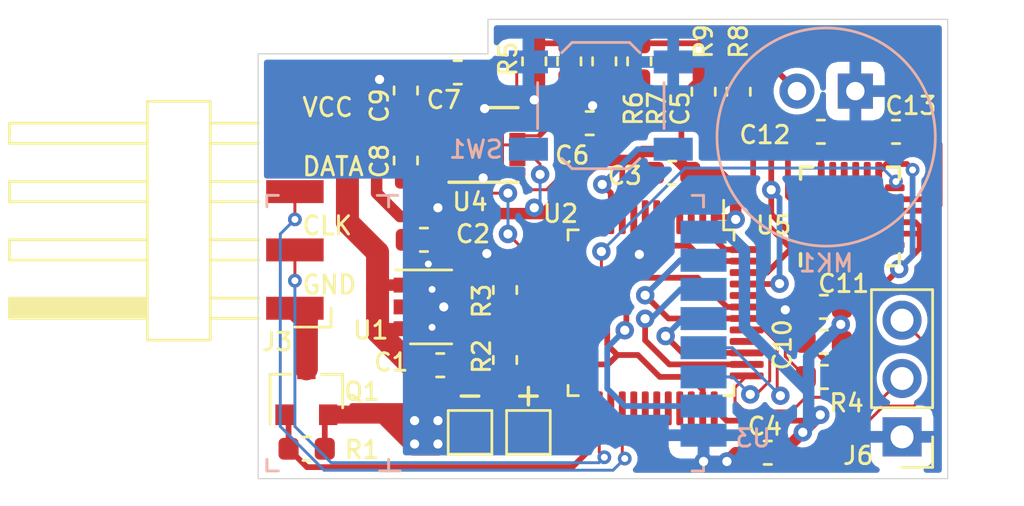
<source format=kicad_pcb>
(kicad_pcb (version 20200628) (host pcbnew "(5.99.0-2238-g55daf645b)")
  (layers (0 "F.Cu" signal) (31 "B.Cu" signal) (34 "B.Paste" user) (35 "F.Paste" user) (36 "B.SilkS" user) (37 "F.SilkS" user) (38 "B.Mask" user) (39 "F.Mask" user) (44 "Edge.Cuts" user))
  (net 0 "")
  (net 1 "GND")
  (net 2 "VCC")
  (net 3 "+3V3")
  (net 4 "Net-(C5-Pad1)")
  (net 5 "Net-(C6-Pad1)")
  (net 6 "Net-(C7-Pad1)")
  (net 7 "Net-(C8-Pad1)")
  (net 8 "SWDIO")
  (net 9 "SWCLK")
  (net 10 "SPI2_COPI")
  (net 11 "SPI2_SCK")
  (net 12 "LED_ENABLE")
  (net 13 "V_SENSE")
  (net 14 "Net-(R4-Pad1)")
  (net 15 "Net-(R5-Pad2)")
  (net 16 "BTN")
  (net 17 "Net-(U1-Pad4)")
  (net 18 "NRF_IRQ")
  (net 19 "NRF_CE")
  (net 20 "SPI1_COPI")
  (net 21 "SPI1_CIPO")
  (net 22 "SPI1_SCK")
  (net 23 "SPI1_CS")
  (net 24 "Net-(U2-Pad33)")
  (net 25 "Net-(U2-Pad32)")
  (net 26 "Net-(U2-Pad31)")
  (net 27 "Net-(U2-Pad30)")
  (net 28 "Net-(U2-Pad29)")
  (net 29 "Net-(U2-Pad27)")
  (net 30 "MIC_OUT")
  (net 31 "Net-(U2-Pad17)")
  (net 32 "Net-(U2-Pad16)")
  (net 33 "Net-(U2-Pad15)")
  (net 34 "Net-(U2-Pad14)")
  (net 35 "Net-(U2-Pad13)")
  (net 36 "Net-(U2-Pad12)")
  (net 37 "Net-(U2-Pad11)")
  (net 38 "Net-(U2-Pad7)")
  (net 39 "Net-(U2-Pad6)")
  (net 40 "Net-(U2-Pad5)")
  (net 41 "Net-(U2-Pad4)")
  (net 42 "Net-(U2-Pad3)")
  (net 43 "Net-(U2-Pad2)")
  (net 44 "Net-(U4-Pad9)")
  (net 45 "Net-(U5-Pad7)")
  (net 46 "Net-(U5-Pad6)")
  (net 47 "/MICIN")
  (net 48 "/MICBIAS")
  (net 49 "Net-(C12-Pad1)")
  (net 50 "Net-(C13-Pad1)")
  (net 51 "SDA")
  (net 52 "SCL")
  (net 53 "MPU_IRQ")
  (net 54 "Net-(U2-Pad22)")
  (net 55 "Net-(U2-Pad21)")
  (net 56 "/LED_GND")
  (module "LeoDJ:NRF24L01_E01-2G4M01S1B" (layer "B.Cu") (at 110.68 113.665 -90)
    (fp_text reference "U3" (at 4.572 -10.859 unlocked) (layer "B.SilkS") (effects (font (size 0.762 0.762) (thickness 0.127)) (justify mirror)))
    (fp_text value "NRF24L01_Breakout")
    (pad "7" smd rect (at 1.905 -8.7 270) (size 1 2) (layers "B.Cu" "B.Paste" "B.Mask") (net 21 "SPI1_CIPO"))
    (pad "8" smd rect (at 3.175 -8.7 270) (size 1 2) (layers "B.Cu" "B.Paste" "B.Mask") (net 18 "NRF_IRQ"))
    (pad "1" smd rect (at 4.445 -8.7 270) (size 1 2) (layers "B.Cu" "B.Paste" "B.Mask") (net 1 "GND"))
    (pad "3" smd rect (at -3.175 -8.7 270) (size 1 2) (layers "B.Cu" "B.Paste" "B.Mask") (net 19 "NRF_CE"))
    (pad "2" smd rect (at -4.4 -8.7 270) (size 1 2) (layers "B.Cu" "B.Paste" "B.Mask") (net 3 "+3V3"))
    (pad "4" smd rect (at -1.905 -8.7 270) (size 1 2) (layers "B.Cu" "B.Paste" "B.Mask") (net 23 "SPI1_CS"))
    (pad "5" smd rect (at -0.635 -8.7 270) (size 1 2) (layers "B.Cu" "B.Paste" "B.Mask") (net 22 "SPI1_SCK"))
    (pad "6" smd rect (at 0.635 -8.7 270) (size 1 2) (layers "B.Cu" "B.Paste" "B.Mask") (net 20 "SPI1_COPI"))
  )
  (module "LeoDJ:Microphone_9.5mm" (layer "B.Cu") (at 124.714 105.124)
    (fp_text reference "MK1" (at 0 5.493 unlocked) (layer "B.SilkS") (effects (font (size 0.762 0.762) (thickness 0.127)) (justify mirror)))
    (fp_text value "Microphone_Condenser")
    (pad "2" thru_hole circle (at -1.27 -2) (size 1.524 1.524) (drill 0.8) (layers *.Cu *.Mask) (net 4 "Net-(C5-Pad1)"))
    (pad "1" thru_hole rect (at 1.27 -2) (size 1.524 1.524) (drill 0.8) (layers *.Cu *.Mask) (net 1 "GND"))
  )
  (module "TestPoint:TestPoint_Pad_1.5x1.5mm" (layer "F.Cu") (at 109.22 117.983)
    (fp_text reference "J2" hide)
    (fp_text value "PWR-")
    (pad "1" smd rect (at 0 0) (size 1.5 1.5) (layers "F.Cu" "F.Mask") (net 1 "GND"))
  )
  (module "TestPoint:TestPoint_Pad_1.5x1.5mm" (layer "F.Cu") (at 111.76 117.983)
    (fp_text reference "J1" hide)
    (fp_text value "PWR+")
    (pad "1" smd rect (at 0 0) (size 1.5 1.5) (layers "F.Cu" "F.Mask") (net 2 "VCC"))
  )
  (module "Resistor_SMD:R_0603_1608Metric" (layer "F.Cu") (at 119.38 103.1495 -90)
    (fp_text reference "R9" (at -2.1845 0 90 unlocked) (layer "F.SilkS") (effects (font (size 0.762 0.762) (thickness 0.127))))
    (fp_text value "10k")
    (pad "2" smd roundrect (at 0.7875 0 270) (size 0.875 0.95) (layers "F.Cu" "F.Paste" "F.Mask") (net 51 "SDA"))
    (pad "1" smd roundrect (at -0.7875 0 270) (size 0.875 0.95) (layers "F.Cu" "F.Paste" "F.Mask") (net 3 "+3V3"))
  )
  (module "Resistor_SMD:R_0603_1608Metric" (layer "F.Cu") (at 120.904 103.1495 -90)
    (fp_text reference "R8" (at -2.1845 0 90 unlocked) (layer "F.SilkS") (effects (font (size 0.762 0.762) (thickness 0.127))))
    (fp_text value "10k")
    (pad "2" smd roundrect (at 0.7875 0 270) (size 0.875 0.95) (layers "F.Cu" "F.Paste" "F.Mask") (net 52 "SCL"))
    (pad "1" smd roundrect (at -0.7875 0 270) (size 0.875 0.95) (layers "F.Cu" "F.Paste" "F.Mask") (net 3 "+3V3"))
  )
  (module "Capacitor_SMD:C_0603_1608Metric" (layer "F.Cu") (at 127.75446 104.898673 180)
    (fp_text reference "C13" (at -0.64254 1.139673 unlocked) (layer "F.SilkS") (effects (font (size 0.762 0.762) (thickness 0.127))))
    (fp_text value "100n")
    (pad "2" smd roundrect (at 0.7875 0 180) (size 0.875 0.95) (layers "F.Cu" "F.Paste" "F.Mask") (net 1 "GND"))
    (pad "1" smd roundrect (at -0.7875 0 180) (size 0.875 0.95) (layers "F.Cu" "F.Paste" "F.Mask") (net 50 "Net-(C13-Pad1)"))
  )
  (module "Capacitor_SMD:C_0603_1608Metric" (layer "F.Cu") (at 124.4855 104.895813)
    (fp_text reference "C12" (at -2.4385 0.133187 unlocked) (layer "F.SilkS") (effects (font (size 0.762 0.762) (thickness 0.127))))
    (fp_text value "2n2")
    (pad "2" smd roundrect (at 0.7875 0) (size 0.875 0.95) (layers "F.Cu" "F.Paste" "F.Mask") (net 1 "GND"))
    (pad "1" smd roundrect (at -0.7875 0) (size 0.875 0.95) (layers "F.Cu" "F.Paste" "F.Mask") (net 49 "Net-(C12-Pad1)"))
  )
  (module "Capacitor_SMD:C_0603_1608Metric" (layer "F.Cu") (at 124.61431 112.522 180)
    (fp_text reference "C11" (at -0.86169 1.016 unlocked) (layer "F.SilkS") (effects (font (size 0.762 0.762) (thickness 0.127))))
    (fp_text value "10n")
    (pad "2" smd roundrect (at 0.7875 0 180) (size 0.875 0.95) (layers "F.Cu" "F.Paste" "F.Mask") (net 1 "GND"))
    (pad "1" smd roundrect (at -0.7875 0 180) (size 0.875 0.95) (layers "F.Cu" "F.Paste" "F.Mask") (net 3 "+3V3"))
  )
  (module "Capacitor_SMD:C_0603_1608Metric" (layer "F.Cu") (at 124.609422 114.046 180)
    (fp_text reference "C10" (at 1.800422 -0.127 90 unlocked) (layer "F.SilkS") (effects (font (size 0.762 0.762) (thickness 0.127))))
    (fp_text value "100n")
    (pad "2" smd roundrect (at 0.7875 0 180) (size 0.875 0.95) (layers "F.Cu" "F.Paste" "F.Mask") (net 1 "GND"))
    (pad "1" smd roundrect (at -0.7875 0 180) (size 0.875 0.95) (layers "F.Cu" "F.Paste" "F.Mask") (net 3 "+3V3"))
  )
  (module "Sensor_Motion:InvenSense_QFN-24_4x4mm_P0.5mm" (layer "F.Cu") (at 125.75 108.582366 90)
    (fp_text reference "U5" (at -0.383634 -3.322 unlocked) (layer "F.SilkS") (effects (font (size 0.762 0.762) (thickness 0.127))))
    (fp_text value "MPU-6050")
    (pad "24" smd roundrect (at -1.25 -1.95 180) (size 0.85 0.3) (layers "F.Cu" "F.Paste" "F.Mask") (net 51 "SDA"))
    (pad "23" smd roundrect (at -0.75 -1.95 180) (size 0.85 0.3) (layers "F.Cu" "F.Paste" "F.Mask") (net 52 "SCL"))
    (pad "22" smd roundrect (at -0.25 -1.95 180) (size 0.85 0.3) (layers "F.Cu" "F.Paste" "F.Mask"))
    (pad "21" smd roundrect (at 0.25 -1.95 180) (size 0.85 0.3) (layers "F.Cu" "F.Paste" "F.Mask"))
    (pad "20" smd roundrect (at 0.75 -1.95 180) (size 0.85 0.3) (layers "F.Cu" "F.Paste" "F.Mask") (net 49 "Net-(C12-Pad1)"))
    (pad "19" smd roundrect (at 1.25 -1.95 180) (size 0.85 0.3) (layers "F.Cu" "F.Paste" "F.Mask"))
    (pad "18" smd roundrect (at 1.95 -1.25 90) (size 0.85 0.3) (layers "F.Cu" "F.Paste" "F.Mask") (net 1 "GND"))
    (pad "17" smd roundrect (at 1.95 -0.75 90) (size 0.85 0.3) (layers "F.Cu" "F.Paste" "F.Mask"))
    (pad "16" smd roundrect (at 1.95 -0.25 90) (size 0.85 0.3) (layers "F.Cu" "F.Paste" "F.Mask"))
    (pad "15" smd roundrect (at 1.95 0.25 90) (size 0.85 0.3) (layers "F.Cu" "F.Paste" "F.Mask"))
    (pad "14" smd roundrect (at 1.95 0.75 90) (size 0.85 0.3) (layers "F.Cu" "F.Paste" "F.Mask"))
    (pad "13" smd roundrect (at 1.95 1.25 90) (size 0.85 0.3) (layers "F.Cu" "F.Paste" "F.Mask") (net 3 "+3V3"))
    (pad "12" smd roundrect (at 1.25 1.95 180) (size 0.85 0.3) (layers "F.Cu" "F.Paste" "F.Mask") (net 53 "MPU_IRQ"))
    (pad "11" smd roundrect (at 0.75 1.95 180) (size 0.85 0.3) (layers "F.Cu" "F.Paste" "F.Mask") (net 1 "GND"))
    (pad "10" smd roundrect (at 0.25 1.95 180) (size 0.85 0.3) (layers "F.Cu" "F.Paste" "F.Mask") (net 50 "Net-(C13-Pad1)"))
    (pad "9" smd roundrect (at -0.25 1.95 180) (size 0.85 0.3) (layers "F.Cu" "F.Paste" "F.Mask") (net 3 "+3V3"))
    (pad "8" smd roundrect (at -0.75 1.95 180) (size 0.85 0.3) (layers "F.Cu" "F.Paste" "F.Mask") (net 3 "+3V3"))
    (pad "7" smd roundrect (at -1.25 1.95 180) (size 0.85 0.3) (layers "F.Cu" "F.Paste" "F.Mask") (net 45 "Net-(U5-Pad7)"))
    (pad "6" smd roundrect (at -1.95 1.25 90) (size 0.85 0.3) (layers "F.Cu" "F.Paste" "F.Mask") (net 46 "Net-(U5-Pad6)"))
    (pad "5" smd roundrect (at -1.95 0.75 90) (size 0.85 0.3) (layers "F.Cu" "F.Paste" "F.Mask"))
    (pad "4" smd roundrect (at -1.95 0.25 90) (size 0.85 0.3) (layers "F.Cu" "F.Paste" "F.Mask"))
    (pad "3" smd roundrect (at -1.95 -0.25 90) (size 0.85 0.3) (layers "F.Cu" "F.Paste" "F.Mask"))
    (pad "2" smd roundrect (at -1.95 -0.75 90) (size 0.85 0.3) (layers "F.Cu" "F.Paste" "F.Mask"))
    (pad "1" smd roundrect (at -1.95 -1.25 90) (size 0.85 0.3) (layers "F.Cu" "F.Paste" "F.Mask") (net 1 "GND"))
  )
  (module "Package_DFN_QFN:DFN-14-1EP_3x3mm_P0.4mm_EP1.78x2.35mm" (layer "F.Cu") (at 109.806 105.467)
    (fp_text reference "U4" (at -0.586 2.483 unlocked) (layer "F.SilkS") (effects (font (size 0.762 0.762) (thickness 0.127))))
    (fp_text value "MAX9814")
    (pad "15" smd rect (at 0 0) (size 1.78 2.35) (layers "F.Cu" "F.Mask") (net 1 "GND"))
    (pad "8" smd rect (at 1.475 1.2) (size 0.7 0.25) (layers "F.Cu" "F.Paste" "F.Mask") (net 47 "/MICIN"))
    (pad "7" smd rect (at -1.475 1.2) (size 0.7 0.25) (layers "F.Cu" "F.Paste" "F.Mask") (net 1 "GND"))
    (pad "1" smd rect (at -1.475 -1.2) (size 0.7 0.25) (layers "F.Cu" "F.Paste" "F.Mask") (net 6 "Net-(C7-Pad1)"))
    (pad "2" smd rect (at -1.475 -0.8) (size 0.7 0.25) (layers "F.Cu" "F.Paste" "F.Mask") (net 3 "+3V3"))
    (pad "3" smd rect (at -1.475 -0.4) (size 0.7 0.25) (layers "F.Cu" "F.Paste" "F.Mask") (net 7 "Net-(C8-Pad1)"))
    (pad "4" smd rect (at -1.475 0) (size 0.7 0.25) (layers "F.Cu" "F.Paste" "F.Mask") (net 1 "GND"))
    (pad "5" smd rect (at -1.475 0.4) (size 0.7 0.25) (layers "F.Cu" "F.Paste" "F.Mask") (net 3 "+3V3"))
    (pad "6" smd rect (at -1.475 0.8) (size 0.7 0.25) (layers "F.Cu" "F.Paste" "F.Mask") (net 30 "MIC_OUT"))
    (pad "9" smd rect (at 1.475 0.8) (size 0.7 0.25) (layers "F.Cu" "F.Paste" "F.Mask") (net 44 "Net-(U4-Pad9)"))
    (pad "10" smd rect (at 1.475 0.4) (size 0.7 0.25) (layers "F.Cu" "F.Paste" "F.Mask") (net 3 "+3V3"))
    (pad "11" smd rect (at 1.475 0) (size 0.7 0.25) (layers "F.Cu" "F.Paste" "F.Mask") (net 1 "GND"))
    (pad "12" smd rect (at 1.475 -0.4) (size 0.7 0.25) (layers "F.Cu" "F.Paste" "F.Mask") (net 5 "Net-(C6-Pad1)"))
    (pad "13" smd rect (at 1.475 -0.8) (size 0.7 0.25) (layers "F.Cu" "F.Paste" "F.Mask") (net 48 "/MICBIAS"))
    (pad "14" smd rect (at 1.475 -1.2) (size 0.7 0.25) (layers "F.Cu" "F.Paste" "F.Mask") (net 15 "Net-(R5-Pad2)"))
  )
  (module "Package_QFP:LQFP-48_7x7mm_P0.5mm" (layer "F.Cu") (at 117.094 112.776 -90)
    (fp_text reference "U2" (at -4.318 3.937 unlocked) (layer "F.SilkS") (effects (font (size 0.762 0.762) (thickness 0.127))))
    (fp_text value "STM32F103C8Tx")
    (pad "48" smd roundrect (at -2.75 -4.1625 270) (size 0.3 1.475) (layers "F.Cu" "F.Paste" "F.Mask") (net 3 "+3V3"))
    (pad "47" smd roundrect (at -2.25 -4.1625 270) (size 0.3 1.475) (layers "F.Cu" "F.Paste" "F.Mask") (net 1 "GND"))
    (pad "46" smd roundrect (at -1.75 -4.1625 270) (size 0.3 1.475) (layers "F.Cu" "F.Paste" "F.Mask") (net 51 "SDA"))
    (pad "45" smd roundrect (at -1.25 -4.1625 270) (size 0.3 1.475) (layers "F.Cu" "F.Paste" "F.Mask") (net 52 "SCL"))
    (pad "44" smd roundrect (at -0.75 -4.1625 270) (size 0.3 1.475) (layers "F.Cu" "F.Paste" "F.Mask") (net 14 "Net-(R4-Pad1)"))
    (pad "43" smd roundrect (at -0.25 -4.1625 270) (size 0.3 1.475) (layers "F.Cu" "F.Paste" "F.Mask") (net 18 "NRF_IRQ"))
    (pad "42" smd roundrect (at 0.25 -4.1625 270) (size 0.3 1.475) (layers "F.Cu" "F.Paste" "F.Mask") (net 19 "NRF_CE"))
    (pad "41" smd roundrect (at 0.75 -4.1625 270) (size 0.3 1.475) (layers "F.Cu" "F.Paste" "F.Mask") (net 20 "SPI1_COPI"))
    (pad "40" smd roundrect (at 1.25 -4.1625 270) (size 0.3 1.475) (layers "F.Cu" "F.Paste" "F.Mask") (net 21 "SPI1_CIPO"))
    (pad "39" smd roundrect (at 1.75 -4.1625 270) (size 0.3 1.475) (layers "F.Cu" "F.Paste" "F.Mask") (net 22 "SPI1_SCK"))
    (pad "38" smd roundrect (at 2.25 -4.1625 270) (size 0.3 1.475) (layers "F.Cu" "F.Paste" "F.Mask") (net 23 "SPI1_CS"))
    (pad "37" smd roundrect (at 2.75 -4.1625 270) (size 0.3 1.475) (layers "F.Cu" "F.Paste" "F.Mask") (net 9 "SWCLK"))
    (pad "36" smd roundrect (at 4.1625 -2.75 270) (size 1.475 0.3) (layers "F.Cu" "F.Paste" "F.Mask") (net 3 "+3V3"))
    (pad "35" smd roundrect (at 4.1625 -2.25 270) (size 1.475 0.3) (layers "F.Cu" "F.Paste" "F.Mask") (net 1 "GND"))
    (pad "34" smd roundrect (at 4.1625 -1.75 270) (size 1.475 0.3) (layers "F.Cu" "F.Paste" "F.Mask") (net 8 "SWDIO"))
    (pad "33" smd roundrect (at 4.1625 -1.25 270) (size 1.475 0.3) (layers "F.Cu" "F.Paste" "F.Mask") (net 24 "Net-(U2-Pad33)"))
    (pad "32" smd roundrect (at 4.1625 -0.75 270) (size 1.475 0.3) (layers "F.Cu" "F.Paste" "F.Mask") (net 25 "Net-(U2-Pad32)"))
    (pad "31" smd roundrect (at 4.1625 -0.25 270) (size 1.475 0.3) (layers "F.Cu" "F.Paste" "F.Mask") (net 26 "Net-(U2-Pad31)"))
    (pad "30" smd roundrect (at 4.1625 0.25 270) (size 1.475 0.3) (layers "F.Cu" "F.Paste" "F.Mask") (net 27 "Net-(U2-Pad30)"))
    (pad "29" smd roundrect (at 4.1625 0.75 270) (size 1.475 0.3) (layers "F.Cu" "F.Paste" "F.Mask") (net 28 "Net-(U2-Pad29)"))
    (pad "28" smd roundrect (at 4.1625 1.25 270) (size 1.475 0.3) (layers "F.Cu" "F.Paste" "F.Mask") (net 10 "SPI2_COPI"))
    (pad "27" smd roundrect (at 4.1625 1.75 270) (size 1.475 0.3) (layers "F.Cu" "F.Paste" "F.Mask") (net 29 "Net-(U2-Pad27)"))
    (pad "26" smd roundrect (at 4.1625 2.25 270) (size 1.475 0.3) (layers "F.Cu" "F.Paste" "F.Mask") (net 11 "SPI2_SCK"))
    (pad "25" smd roundrect (at 4.1625 2.75 270) (size 1.475 0.3) (layers "F.Cu" "F.Paste" "F.Mask") (net 12 "LED_ENABLE"))
    (pad "24" smd roundrect (at 2.75 4.1625 270) (size 0.3 1.475) (layers "F.Cu" "F.Paste" "F.Mask") (net 3 "+3V3"))
    (pad "23" smd roundrect (at 2.25 4.1625 270) (size 0.3 1.475) (layers "F.Cu" "F.Paste" "F.Mask") (net 1 "GND"))
    (pad "22" smd roundrect (at 1.75 4.1625 270) (size 0.3 1.475) (layers "F.Cu" "F.Paste" "F.Mask") (net 54 "Net-(U2-Pad22)"))
    (pad "21" smd roundrect (at 1.25 4.1625 270) (size 0.3 1.475) (layers "F.Cu" "F.Paste" "F.Mask") (net 55 "Net-(U2-Pad21)"))
    (pad "20" smd roundrect (at 0.75 4.1625 270) (size 0.3 1.475) (layers "F.Cu" "F.Paste" "F.Mask") (net 53 "MPU_IRQ"))
    (pad "19" smd roundrect (at 0.25 4.1625 270) (size 0.3 1.475) (layers "F.Cu" "F.Paste" "F.Mask") (net 13 "V_SENSE"))
    (pad "18" smd roundrect (at -0.25 4.1625 270) (size 0.3 1.475) (layers "F.Cu" "F.Paste" "F.Mask") (net 30 "MIC_OUT"))
    (pad "17" smd roundrect (at -0.75 4.1625 270) (size 0.3 1.475) (layers "F.Cu" "F.Paste" "F.Mask") (net 31 "Net-(U2-Pad17)"))
    (pad "16" smd roundrect (at -1.25 4.1625 270) (size 0.3 1.475) (layers "F.Cu" "F.Paste" "F.Mask") (net 32 "Net-(U2-Pad16)"))
    (pad "15" smd roundrect (at -1.75 4.1625 270) (size 0.3 1.475) (layers "F.Cu" "F.Paste" "F.Mask") (net 33 "Net-(U2-Pad15)"))
    (pad "14" smd roundrect (at -2.25 4.1625 270) (size 0.3 1.475) (layers "F.Cu" "F.Paste" "F.Mask") (net 34 "Net-(U2-Pad14)"))
    (pad "13" smd roundrect (at -2.75 4.1625 270) (size 0.3 1.475) (layers "F.Cu" "F.Paste" "F.Mask") (net 35 "Net-(U2-Pad13)"))
    (pad "12" smd roundrect (at -4.1625 2.75 270) (size 1.475 0.3) (layers "F.Cu" "F.Paste" "F.Mask") (net 36 "Net-(U2-Pad12)"))
    (pad "11" smd roundrect (at -4.1625 2.25 270) (size 1.475 0.3) (layers "F.Cu" "F.Paste" "F.Mask") (net 37 "Net-(U2-Pad11)"))
    (pad "10" smd roundrect (at -4.1625 1.75 270) (size 1.475 0.3) (layers "F.Cu" "F.Paste" "F.Mask") (net 16 "BTN"))
    (pad "9" smd roundrect (at -4.1625 1.25 270) (size 1.475 0.3) (layers "F.Cu" "F.Paste" "F.Mask") (net 3 "+3V3"))
    (pad "8" smd roundrect (at -4.1625 0.75 270) (size 1.475 0.3) (layers "F.Cu" "F.Paste" "F.Mask") (net 1 "GND"))
    (pad "7" smd roundrect (at -4.1625 0.25 270) (size 1.475 0.3) (layers "F.Cu" "F.Paste" "F.Mask") (net 38 "Net-(U2-Pad7)"))
    (pad "6" smd roundrect (at -4.1625 -0.25 270) (size 1.475 0.3) (layers "F.Cu" "F.Paste" "F.Mask") (net 39 "Net-(U2-Pad6)"))
    (pad "5" smd roundrect (at -4.1625 -0.75 270) (size 1.475 0.3) (layers "F.Cu" "F.Paste" "F.Mask") (net 40 "Net-(U2-Pad5)"))
    (pad "4" smd roundrect (at -4.1625 -1.25 270) (size 1.475 0.3) (layers "F.Cu" "F.Paste" "F.Mask") (net 41 "Net-(U2-Pad4)"))
    (pad "3" smd roundrect (at -4.1625 -1.75 270) (size 1.475 0.3) (layers "F.Cu" "F.Paste" "F.Mask") (net 42 "Net-(U2-Pad3)"))
    (pad "2" smd roundrect (at -4.1625 -2.25 270) (size 1.475 0.3) (layers "F.Cu" "F.Paste" "F.Mask") (net 43 "Net-(U2-Pad2)"))
    (pad "1" smd roundrect (at -4.1625 -2.75 270) (size 1.475 0.3) (layers "F.Cu" "F.Paste" "F.Mask") (net 3 "+3V3"))
  )
  (module "Package_TO_SOT_SMD:SOT-23-5" (layer "F.Cu") (at 107.526 112.522)
    (fp_text reference "U1" (at -2.624 1.016 unlocked) (layer "F.SilkS") (effects (font (size 0.762 0.762) (thickness 0.127))))
    (fp_text value "AP2112K-3.3")
    (pad "5" smd rect (at 1.1 -0.95) (size 1.06 0.65) (layers "F.Cu" "F.Paste" "F.Mask") (net 3 "+3V3"))
    (pad "4" smd rect (at 1.1 0.95) (size 1.06 0.65) (layers "F.Cu" "F.Paste" "F.Mask") (net 17 "Net-(U1-Pad4)"))
    (pad "3" smd rect (at -1.1 0.95) (size 1.06 0.65) (layers "F.Cu" "F.Paste" "F.Mask") (net 2 "VCC"))
    (pad "2" smd rect (at -1.1 0) (size 1.06 0.65) (layers "F.Cu" "F.Paste" "F.Mask") (net 1 "GND"))
    (pad "1" smd rect (at -1.1 -0.95) (size 1.06 0.65) (layers "F.Cu" "F.Paste" "F.Mask") (net 2 "VCC"))
  )
  (module "Button_Switch_SMD:SW_SPST_TL3342" (layer "B.Cu") (at 114.91 103.754 180)
    (fp_text reference "SW1" (at 5.436 -1.91 unlocked) (layer "B.SilkS") (effects (font (size 0.762 0.762) (thickness 0.127)) (justify mirror)))
    (fp_text value "SW_Push")
    (pad "2" smd rect (at 3.15 -1.9 180) (size 1.7 1) (layers "B.Cu" "B.Paste" "B.Mask") (net 16 "BTN"))
    (pad "2" smd rect (at -3.15 -1.9 180) (size 1.7 1) (layers "B.Cu" "B.Paste" "B.Mask") (net 16 "BTN"))
    (pad "1" smd rect (at 3.15 1.9 180) (size 1.7 1) (layers "B.Cu" "B.Paste" "B.Mask") (net 1 "GND"))
    (pad "1" smd rect (at -3.15 1.9 180) (size 1.7 1) (layers "B.Cu" "B.Paste" "B.Mask") (net 1 "GND"))
  )
  (module "Resistor_SMD:R_0603_1608Metric" (layer "F.Cu") (at 115.062 101.8285 90)
    (fp_text reference "R7" (at -2.0575 2.286 90 unlocked) (layer "F.SilkS") (effects (font (size 0.762 0.762) (thickness 0.127))))
    (fp_text value "2k2")
    (pad "2" smd roundrect (at 0.7875 0 90) (size 0.875 0.95) (layers "F.Cu" "F.Paste" "F.Mask") (net 4 "Net-(C5-Pad1)"))
    (pad "1" smd roundrect (at -0.7875 0 90) (size 0.875 0.95) (layers "F.Cu" "F.Paste" "F.Mask") (net 48 "/MICBIAS"))
  )
  (module "Resistor_SMD:R_0603_1608Metric" (layer "F.Cu") (at 113.538 101.8285 -90)
    (fp_text reference "R6" (at 2.0575 -2.794 90 unlocked) (layer "F.SilkS") (effects (font (size 0.762 0.762) (thickness 0.127))))
    (fp_text value "150k")
    (pad "2" smd roundrect (at 0.7875 0 270) (size 0.875 0.95) (layers "F.Cu" "F.Paste" "F.Mask") (net 48 "/MICBIAS"))
    (pad "1" smd roundrect (at -0.7875 0 270) (size 0.875 0.95) (layers "F.Cu" "F.Paste" "F.Mask") (net 15 "Net-(R5-Pad2)"))
  )
  (module "Resistor_SMD:R_0603_1608Metric" (layer "F.Cu") (at 112.014 101.8285 90)
    (fp_text reference "R5" (at 0.1015 -1.143 90 unlocked) (layer "F.SilkS") (effects (font (size 0.762 0.762) (thickness 0.127))))
    (fp_text value "100k")
    (pad "2" smd roundrect (at 0.7875 0 90) (size 0.875 0.95) (layers "F.Cu" "F.Paste" "F.Mask") (net 15 "Net-(R5-Pad2)"))
    (pad "1" smd roundrect (at -0.7875 0 90) (size 0.875 0.95) (layers "F.Cu" "F.Paste" "F.Mask") (net 1 "GND"))
  )
  (module "Resistor_SMD:R_0603_1608Metric" (layer "F.Cu") (at 124.616273 115.573506)
    (fp_text reference "R4" (at 0.986727 1.139494 unlocked) (layer "F.SilkS") (effects (font (size 0.762 0.762) (thickness 0.127))))
    (fp_text value "10k")
    (pad "2" smd roundrect (at 0.7875 0) (size 0.875 0.95) (layers "F.Cu" "F.Paste" "F.Mask") (net 1 "GND"))
    (pad "1" smd roundrect (at -0.7875 0) (size 0.875 0.95) (layers "F.Cu" "F.Paste" "F.Mask") (net 14 "Net-(R4-Pad1)"))
  )
  (module "Resistor_SMD:R_0603_1608Metric" (layer "F.Cu") (at 110.744 111.7855 90)
    (fp_text reference "R3" (at -0.4825 -1.016 90 unlocked) (layer "F.SilkS") (effects (font (size 0.762 0.762) (thickness 0.127))))
    (fp_text value "100k")
    (pad "2" smd roundrect (at 0.7875 0 90) (size 0.875 0.95) (layers "F.Cu" "F.Paste" "F.Mask") (net 1 "GND"))
    (pad "1" smd roundrect (at -0.7875 0 90) (size 0.875 0.95) (layers "F.Cu" "F.Paste" "F.Mask") (net 13 "V_SENSE"))
  )
  (module "Resistor_SMD:R_0603_1608Metric" (layer "F.Cu") (at 110.744 114.8335 90)
    (fp_text reference "R2" (at 0.1525 -1.016 90 unlocked) (layer "F.SilkS") (effects (font (size 0.762 0.762) (thickness 0.127))))
    (fp_text value "100k")
    (pad "2" smd roundrect (at 0.7875 0 90) (size 0.875 0.95) (layers "F.Cu" "F.Paste" "F.Mask") (net 13 "V_SENSE"))
    (pad "1" smd roundrect (at -0.7875 0 90) (size 0.875 0.95) (layers "F.Cu" "F.Paste" "F.Mask") (net 2 "VCC"))
  )
  (module "Resistor_SMD:R_0603_1608Metric" (layer "F.Cu") (at 102.1125 118.7)
    (fp_text reference "R1" (at 2.4085 0.045 unlocked) (layer "F.SilkS") (effects (font (size 0.762 0.762) (thickness 0.127))))
    (fp_text value "10k")
    (pad "2" smd roundrect (at 0.7875 0) (size 0.875 0.95) (layers "F.Cu" "F.Paste" "F.Mask") (net 1 "GND"))
    (pad "1" smd roundrect (at -0.7875 0) (size 0.875 0.95) (layers "F.Cu" "F.Paste" "F.Mask") (net 12 "LED_ENABLE"))
  )
  (module "Package_TO_SOT_SMD:SOT-23" (layer "F.Cu") (at 102.1 116.219091 90)
    (fp_text reference "Q1" (at 0.014091 2.421 unlocked) (layer "F.SilkS") (effects (font (size 0.762 0.762) (thickness 0.127))))
    (fp_text value "AO3400A")
    (pad "3" smd rect (at 1 0 90) (size 0.9 0.8) (layers "F.Cu" "F.Paste" "F.Mask") (net 56 "/LED_GND"))
    (pad "2" smd rect (at -1 0.95 90) (size 0.9 0.8) (layers "F.Cu" "F.Paste" "F.Mask") (net 1 "GND"))
    (pad "1" smd rect (at -1 -0.95 90) (size 0.9 0.8) (layers "F.Cu" "F.Paste" "F.Mask") (net 12 "LED_ENABLE"))
  )
  (module "Connector_Harwin:Harwin_M20-89004xx_1x04_P2.54mm_Horizontal" (layer "F.Cu") (at 96.075 108.77 180)
    (fp_text reference "J3" (at -4.763 -5.276 unlocked) (layer "F.SilkS") (effects (font (size 0.762 0.762) (thickness 0.127))))
    (fp_text value "APA102")
    (pad "" smd rect (at 3.895 -3.81 180) (size 6 0.76) (layers "F.SilkS"))
    (pad "4" smd rect (at -5.525 3.81 180) (size 2.5 1) (layers "F.Cu" "F.Paste" "F.Mask") (net 2 "VCC"))
    (pad "3" smd rect (at -5.525 1.27 180) (size 2.5 1) (layers "F.Cu" "F.Paste" "F.Mask") (net 10 "SPI2_COPI"))
    (pad "2" smd rect (at -5.525 -1.27 180) (size 2.5 1) (layers "F.Cu" "F.Paste" "F.Mask") (net 11 "SPI2_SCK"))
    (pad "1" smd rect (at -5.525 -3.81 180) (size 2.5 1) (layers "F.Cu" "F.Paste" "F.Mask") (net 56 "/LED_GND"))
  )
  (module "Connector_PinHeader_2.54mm:PinHeader_1x03_P2.54mm_Vertical" (layer "F.Cu") (at 128.016 118.180498 180)
    (fp_text reference "J6" (at 1.905 -0.818502 unlocked) (layer "F.SilkS") (effects (font (size 0.762 0.762) (thickness 0.127))))
    (fp_text value "SWD")
    (pad "3" thru_hole oval (at 0 5.08 180) (size 1.7 1.7) (drill 1) (layers *.Cu *.Mask) (net 8 "SWDIO"))
    (pad "2" thru_hole oval (at 0 2.54 180) (size 1.7 1.7) (drill 1) (layers *.Cu *.Mask) (net 9 "SWCLK"))
    (pad "1" thru_hole rect (at 0 0 180) (size 1.7 1.7) (drill 1) (layers *.Cu *.Mask) (net 1 "GND"))
  )
  (module "Capacitor_SMD:C_0603_1608Metric" (layer "F.Cu") (at 106.426 103.0985 90)
    (fp_text reference "C9" (at -0.6605 -1.143 90 unlocked) (layer "F.SilkS") (effects (font (size 0.762 0.762) (thickness 0.127))))
    (fp_text value "1u")
    (pad "2" smd roundrect (at 0.7875 0 90) (size 0.875 0.95) (layers "F.Cu" "F.Paste" "F.Mask") (net 1 "GND"))
    (pad "1" smd roundrect (at -0.7875 0 90) (size 0.875 0.95) (layers "F.Cu" "F.Paste" "F.Mask") (net 3 "+3V3"))
  )
  (module "Capacitor_SMD:C_0603_1608Metric" (layer "F.Cu") (at 106.426 106.1465 -90)
    (fp_text reference "C8" (at 0.0255 1.143 90 unlocked) (layer "F.SilkS") (effects (font (size 0.762 0.762) (thickness 0.127))))
    (fp_text value "2u2")
    (pad "2" smd roundrect (at 0.7875 0 270) (size 0.875 0.95) (layers "F.Cu" "F.Paste" "F.Mask") (net 1 "GND"))
    (pad "1" smd roundrect (at -0.7875 0 270) (size 0.875 0.95) (layers "F.Cu" "F.Paste" "F.Mask") (net 7 "Net-(C8-Pad1)"))
  )
  (module "Capacitor_SMD:C_0603_1608Metric" (layer "F.Cu") (at 108.6865 102.311)
    (fp_text reference "C7" (at -0.6095 1.194 unlocked) (layer "F.SilkS") (effects (font (size 0.762 0.762) (thickness 0.127))))
    (fp_text value "100n")
    (pad "2" smd roundrect (at 0.7875 0) (size 0.875 0.95) (layers "F.Cu" "F.Paste" "F.Mask") (net 1 "GND"))
    (pad "1" smd roundrect (at -0.7875 0) (size 0.875 0.95) (layers "F.Cu" "F.Paste" "F.Mask") (net 6 "Net-(C7-Pad1)"))
  )
  (module "Capacitor_SMD:C_0603_1608Metric" (layer "F.Cu") (at 114.427 104.521)
    (fp_text reference "C6" (at -0.762 1.397 unlocked) (layer "F.SilkS") (effects (font (size 0.762 0.762) (thickness 0.127))))
    (fp_text value "2u2")
    (pad "2" smd roundrect (at 0.7875 0) (size 0.875 0.95) (layers "F.Cu" "F.Paste" "F.Mask") (net 1 "GND"))
    (pad "1" smd roundrect (at -0.7875 0) (size 0.875 0.95) (layers "F.Cu" "F.Paste" "F.Mask") (net 5 "Net-(C6-Pad1)"))
  )
  (module "Capacitor_SMD:C_0603_1608Metric" (layer "F.Cu") (at 116.586 101.8285 -90)
    (fp_text reference "C5" (at 2.0575 -1.778 90 unlocked) (layer "F.SilkS") (effects (font (size 0.762 0.762) (thickness 0.127))))
    (fp_text value "100n")
    (pad "2" smd roundrect (at 0.7875 0 270) (size 0.875 0.95) (layers "F.Cu" "F.Paste" "F.Mask") (net 47 "/MICIN"))
    (pad "1" smd roundrect (at -0.7875 0 270) (size 0.875 0.95) (layers "F.Cu" "F.Paste" "F.Mask") (net 4 "Net-(C5-Pad1)"))
  )
  (module "Capacitor_SMD:C_0603_1608Metric" (layer "F.Cu") (at 122.174 118.872 180)
    (fp_text reference "C4" (at 0.127 1.143 unlocked) (layer "F.SilkS") (effects (font (size 0.762 0.762) (thickness 0.127))))
    (fp_text value "100n")
    (pad "2" smd roundrect (at 0.7875 0 180) (size 0.875 0.95) (layers "F.Cu" "F.Paste" "F.Mask") (net 1 "GND"))
    (pad "1" smd roundrect (at -0.7875 0 180) (size 0.875 0.95) (layers "F.Cu" "F.Paste" "F.Mask") (net 3 "+3V3"))
  )
  (module "Capacitor_SMD:C_0603_1608Metric" (layer "F.Cu") (at 118.014979 106.68 180)
    (fp_text reference "C3" (at 2.063979 -0.127 unlocked) (layer "F.SilkS") (effects (font (size 0.762 0.762) (thickness 0.127))))
    (fp_text value "100n")
    (pad "2" smd roundrect (at 0.7875 0 180) (size 0.875 0.95) (layers "F.Cu" "F.Paste" "F.Mask") (net 1 "GND"))
    (pad "1" smd roundrect (at -0.7875 0 180) (size 0.875 0.95) (layers "F.Cu" "F.Paste" "F.Mask") (net 3 "+3V3"))
  )
  (module "Capacitor_SMD:C_0603_1608Metric" (layer "F.Cu") (at 107.2135 109.6 180)
    (fp_text reference "C2" (at -2.1335 0.253 unlocked) (layer "F.SilkS") (effects (font (size 0.762 0.762) (thickness 0.127))))
    (fp_text value "1u")
    (pad "2" smd roundrect (at 0.7875 0 180) (size 0.875 0.95) (layers "F.Cu" "F.Paste" "F.Mask") (net 1 "GND"))
    (pad "1" smd roundrect (at -0.7875 0 180) (size 0.875 0.95) (layers "F.Cu" "F.Paste" "F.Mask") (net 3 "+3V3"))
  )
  (module "Capacitor_SMD:C_0603_1608Metric" (layer "F.Cu") (at 107.9245 115.062)
    (fp_text reference "C1" (at -2.1335 -0.127 unlocked) (layer "F.SilkS") (effects (font (size 0.762 0.762) (thickness 0.127))))
    (fp_text value "1u")
    (pad "2" smd roundrect (at 0.7875 0) (size 0.875 0.95) (layers "F.Cu" "F.Paste" "F.Mask") (net 1 "GND"))
    (pad "1" smd roundrect (at -0.7875 0) (size 0.875 0.95) (layers "F.Cu" "F.Paste" "F.Mask") (net 2 "VCC"))
  )
  (gr_text "-" (at 109.22 116.332) (layer "F.SilkS") (effects (font (size 1 1))))
  (gr_text "+" (at 111.76 116.332) (layer "F.SilkS") (effects (font (size 1 1))))
  (gr_text "VCC\n\nDATA\n\nCLK\n\nGND" (at 101.854 107.696) (layer "F.SilkS") (effects (font (size 0.8 0.762) (thickness 0.127)) (justify left)))
  (gr_line (start 110 100) (end 130 100) (layer "Edge.Cuts") (width 0.05))
  (gr_line (start 100 101.5) (end 100 120) (layer "Edge.Cuts") (width 0.05))
  (gr_line (start 110 101.5) (end 110 100) (layer "Edge.Cuts") (width 0.05))
  (gr_line (start 100 101.5) (end 110 101.5) (layer "Edge.Cuts") (width 0.05))
  (gr_line (start 130 120) (end 100 120) (layer "Edge.Cuts") (width 0.05))
  (gr_line (start 130 100) (end 130 120) (layer "Edge.Cuts") (width 0.05))
  (segment (start 115.79507 106.14307) (end 116.339969 106.14307) (width 0.5) (layer "F.Cu") (net 3))
  (segment (start 114.758916 106.14307) (end 115.79507 106.14307) (width 0.5) (layer "F.Cu") (net 3))
  (segment (start 115.844 106.192) (end 115.79507 106.14307) (width 0.25) (layer "F.Cu") (net 3))
  (segment (start 115.844 107.335) (end 115.844 106.192) (width 0.25) (layer "F.Cu") (net 3))
  (segment (start 115.344 108.6135) (end 115.344 107.56001) (width 0.25) (layer "F.Cu") (net 16))
  (segment (start 117.877469 105.75499) (end 118.802479 106.68) (width 0.5) (layer "F.Cu") (net 3))
  (segment (start 116.50599 105.654) (end 114.97199 107.188) (width 0.25) (layer "B.Cu") (net 16))
  (segment (start 112.443986 108.458) (end 114.758916 106.14307) (width 0.5) (layer "F.Cu") (net 3))
  (segment (start 116.728049 105.75499) (end 117.877469 105.75499) (width 0.5) (layer "F.Cu") (net 3))
  (segment (start 115.844 108.6135) (end 115.844 107.335) (width 0.25) (layer "F.Cu") (net 3))
  (segment (start 115.344 107.56001) (end 114.97199 107.188) (width 0.25) (layer "F.Cu") (net 16))
  (via (at 114.97199 107.188) (size 0.8) (drill 0.4) (layers "F.Cu" "B.Cu") (net 16))
  (segment (start 118.06 105.654) (end 116.50599 105.654) (width 0.25) (layer "B.Cu") (net 16))
  (segment (start 109.143 108.458) (end 112.443986 108.458) (width 0.5) (layer "F.Cu") (net 3))
  (segment (start 116.339969 106.14307) (end 116.728049 105.75499) (width 0.5) (layer "F.Cu") (net 3))
  (segment (start 108.001 109.6) (end 109.143 108.458) (width 0.5) (layer "F.Cu") (net 3))
  (segment (start 120.015 106.68) (end 120.777 107.442) (width 0.5) (layer "F.Cu") (net 3))
  (segment (start 118.802479 106.68) (end 120.015 106.68) (width 0.5) (layer "F.Cu") (net 3))
  (segment (start 116.344 108.6135) (end 116.364013 108.593487) (width 0.25) (layer "F.Cu") (net 1))
  (segment (start 118.415 103.327) (end 118.415 106.292521) (width 0.25) (layer "F.Cu") (net 3))
  (segment (start 120.777 107.442) (end 120.777 108.712) (width 0.5) (layer "F.Cu") (net 3))
  (segment (start 116.364013 108.593487) (end 116.364013 107.543466) (width 0.25) (layer "F.Cu") (net 1))
  (segment (start 116.364013 107.543466) (end 117.227479 106.68) (width 0.25) (layer "F.Cu") (net 1))
  (segment (start 119.38 102.362) (end 118.415 103.327) (width 0.25) (layer "F.Cu") (net 3))
  (segment (start 118.415 106.292521) (end 118.802479 106.68) (width 0.25) (layer "F.Cu") (net 3))
  (segment (start 112.546496 107.417504) (end 114.554 105.41) (width 0.127) (layer "F.Cu") (net 47))
  (segment (start 114.554 105.41) (end 115.697 105.41) (width 0.127) (layer "F.Cu") (net 47))
  (segment (start 111.281 106.667) (end 111.281 106.919) (width 0.127) (layer "F.Cu") (net 47))
  (segment (start 111.779504 107.417504) (end 112.546496 107.417504) (width 0.127) (layer "F.Cu") (net 47))
  (segment (start 111.281 106.919) (end 111.779504 107.417504) (width 0.127) (layer "F.Cu") (net 47))
  (segment (start 116.586 104.521) (end 116.586 102.616) (width 0.127) (layer "F.Cu") (net 47))
  (segment (start 115.697 105.41) (end 116.586 104.521) (width 0.127) (layer "F.Cu") (net 47))
  (segment (start 115.2145 104.521) (end 114.554 103.8605) (width 0.25) (layer "F.Cu") (net 1))
  (segment (start 114.554 103.8605) (end 114.554 103.759) (width 0.25) (layer "F.Cu") (net 1))
  (via (at 114.554 103.759) (size 0.8) (drill 0.4) (layers "F.Cu" "B.Cu") (net 1))
  (segment (start 125.990187 104.895813) (end 126.9641 104.895813) (width 0.5) (layer "F.Cu") (net 1))
  (segment (start 125.273 104.895813) (end 125.990187 104.895813) (width 0.5) (layer "F.Cu") (net 1))
  (segment (start 125.984 103.124) (end 125.984 104.889626) (width 0.5) (layer "F.Cu") (net 1))
  (segment (start 125.984 104.889626) (end 125.990187 104.895813) (width 0.5) (layer "F.Cu") (net 1))
  (segment (start 126.9641 104.895813) (end 126.96696 104.898673) (width 0.5) (layer "F.Cu") (net 1))
  (segment (start 129.64999 108.077) (end 129.64999 105.453032) (width 0.25) (layer "F.Cu") (net 50))
  (segment (start 129.394624 108.332366) (end 129.64999 108.077) (width 0.25) (layer "F.Cu") (net 50))
  (segment (start 129.64999 105.453032) (end 129.095631 104.898673) (width 0.25) (layer "F.Cu") (net 50))
  (segment (start 127.7 108.332366) (end 129.394624 108.332366) (width 0.25) (layer "F.Cu") (net 50))
  (segment (start 129.149634 107.832366) (end 129.199979 107.782021) (width 0.25) (layer "F.Cu") (net 1))
  (segment (start 127.859287 105.791) (end 126.96696 104.898673) (width 0.25) (layer "F.Cu") (net 1))
  (segment (start 129.199979 107.782021) (end 129.199979 106.212979) (width 0.25) (layer "F.Cu") (net 1))
  (segment (start 128.778 105.791) (end 127.859287 105.791) (width 0.25) (layer "F.Cu") (net 1))
  (segment (start 127.7 107.832366) (end 129.149634 107.832366) (width 0.25) (layer "F.Cu") (net 1))
  (segment (start 129.199979 106.212979) (end 128.778 105.791) (width 0.25) (layer "F.Cu") (net 1))
  (segment (start 129.095631 104.898673) (end 128.54196 104.898673) (width 0.25) (layer "F.Cu") (net 50))
  (segment (start 123.8 107.832366) (end 123.178408 107.832366) (width 0.25) (layer "F.Cu") (net 49))
  (segment (start 124.5 106.632366) (end 124.5 105.668813) (width 0.25) (layer "F.Cu") (net 1))
  (segment (start 124.5 105.668813) (end 125.273 104.895813) (width 0.25) (layer "F.Cu") (net 1))
  (segment (start 123.178408 107.832366) (end 123.04999 107.703948) (width 0.25) (layer "F.Cu") (net 49))
  (segment (start 123.04999 107.703948) (end 123.04999 105.543823) (width 0.25) (layer "F.Cu") (net 49))
  (segment (start 123.04999 105.543823) (end 123.698 104.895813) (width 0.25) (layer "F.Cu") (net 49))
  (segment (start 128.778 109.0168) (end 128.593566 108.832366) (width 0.25) (layer "F.Cu") (net 3))
  (segment (start 128.778 109.347) (end 128.778 109.0168) (width 0.25) (layer "F.Cu") (net 3))
  (segment (start 128.593566 108.832366) (end 127.7 108.832366) (width 0.25) (layer "F.Cu") (net 3))
  (segment (start 128.778 109.982) (end 128.778 109.347) (width 0.25) (layer "F.Cu") (net 3))
  (segment (start 127.7 109.332366) (end 128.763366 109.332366) (width 0.25) (layer "F.Cu") (net 3))
  (segment (start 128.763366 109.332366) (end 128.778 109.347) (width 0.25) (layer "F.Cu") (net 3))
  (segment (start 127.889 110.871) (end 128.778 109.982) (width 0.25) (layer "F.Cu") (net 3))
  (segment (start 127.889 110.871) (end 126.238 112.522) (width 0.25) (layer "F.Cu") (net 3))
  (segment (start 126.238 112.522) (end 125.40181 112.522) (width 0.25) (layer "F.Cu") (net 3))
  (via (at 107.569 111.76) (size 0.6) (drill 0.3) (layers "F.Cu" "B.Cu") (net 1))
  (segment (start 107.569 111.76) (end 107.569 110.815998) (width 0.5) (layer "F.Cu") (net 1))
  (segment (start 107.569 112.522) (end 107.569 111.76) (width 0.5) (layer "F.Cu") (net 1))
  (segment (start 107.569 110.815998) (end 107.406001 110.652999) (width 0.5) (layer "F.Cu") (net 1))
  (via (at 107.569 113.411) (size 0.6) (drill 0.3) (layers "F.Cu" "B.Cu") (net 1))
  (via (at 107.406001 110.652999) (size 0.6) (drill 0.3) (layers "F.Cu" "B.Cu") (net 1))
  (segment (start 107.406001 110.652999) (end 107.406001 110.580001) (width 0.5) (layer "F.Cu") (net 1))
  (segment (start 127.7 107.110949) (end 127.749949 107.061) (width 0.127) (layer "F.Cu") (net 53))
  (segment (start 127.7 107.332366) (end 127.7 107.110949) (width 0.127) (layer "F.Cu") (net 53))
  (segment (start 122.32499 108.478948) (end 123.178408 109.332366) (width 0.25) (layer "F.Cu") (net 52))
  (segment (start 122.32499 107.422554) (end 122.32499 108.478948) (width 0.25) (layer "F.Cu") (net 52))
  (segment (start 128.220959 106.299) (end 128.474959 106.553) (width 0.25) (layer "F.Cu") (net 3))
  (segment (start 122.146 111.026) (end 121.2565 111.026) (width 0.25) (layer "F.Cu") (net 51))
  (segment (start 123.339634 109.832366) (end 122.146 111.026) (width 0.25) (layer "F.Cu") (net 51))
  (segment (start 121.539 106.096) (end 119.38 103.937) (width 0.25) (layer "F.Cu") (net 51))
  (segment (start 123.8 109.832366) (end 123.339634 109.832366) (width 0.25) (layer "F.Cu") (net 51))
  (segment (start 121.539 108.329368) (end 121.539 106.096) (width 0.25) (layer "F.Cu") (net 51))
  (segment (start 123.041998 109.832366) (end 121.539 108.329368) (width 0.25) (layer "F.Cu") (net 51))
  (segment (start 123.178408 109.332366) (end 123.8 109.332366) (width 0.25) (layer "F.Cu") (net 52))
  (segment (start 127 106.632366) (end 127.333366 106.299) (width 0.25) (layer "F.Cu") (net 3))
  (segment (start 127.333366 106.299) (end 128.220959 106.299) (width 0.25) (layer "F.Cu") (net 3))
  (segment (start 123.8 109.832366) (end 123.041998 109.832366) (width 0.25) (layer "F.Cu") (net 51))
  (segment (start 123.82681 112.522) (end 124.079 112.26981) (width 0.25) (layer "F.Cu") (net 1))
  (segment (start 124.079 112.26981) (end 124.079 110.953366) (width 0.25) (layer "F.Cu") (net 1))
  (segment (start 124.079 110.953366) (end 124.5 110.532366) (width 0.25) (layer "F.Cu") (net 1))
  (segment (start 102.1 113.08) (end 101.6 112.58) (width 1) (layer "F.Cu") (net 56))
  (segment (start 102.1 115.219091) (end 102.1 113.08) (width 1) (layer "F.Cu") (net 56))
  (segment (start 102.9 118.7) (end 102.9 117.369091) (width 0.25) (layer "F.Cu") (net 1))
  (segment (start 102.9 117.369091) (end 103.05 117.219091) (width 0.25) (layer "F.Cu") (net 1))
  (segment (start 101.325 117.394091) (end 101.15 117.219091) (width 0.25) (layer "F.Cu") (net 12))
  (segment (start 101.325 118.7) (end 101.325 117.394091) (width 0.25) (layer "F.Cu") (net 12))
  (segment (start 103.05 118.55) (end 102.9 118.7) (width 0.5) (layer "F.Cu") (net 1))
  (segment (start 101.325 118.7) (end 102.12501 119.50001) (width 0.25) (layer "F.Cu") (net 12))
  (segment (start 102.12501 119.50001) (end 113.67199 119.50001) (width 0.25) (layer "F.Cu") (net 12))
  (segment (start 113.67199 119.50001) (end 114.344 118.828) (width 0.25) (layer "F.Cu") (net 12))
  (segment (start 114.344 118.828) (end 114.344 116.9385) (width 0.25) (layer "F.Cu") (net 12))
  (segment (start 108.331 104.267) (end 108.331 104.14) (width 0.127) (layer "F.Cu") (net 6))
  (segment (start 101.6 117.729) (end 103.17799 119.30699) (width 0.127) (layer "B.Cu") (net 11))
  (segment (start 101.6 111.379) (end 101.6 117.729) (width 0.127) (layer "B.Cu") (net 11))
  (segment (start 103.17799 119.30699) (end 114.8255 119.30699) (width 0.127) (layer "B.Cu") (net 11))
  (segment (start 114.8255 119.30699) (end 115.062 119.07049) (width 0.127) (layer "B.Cu") (net 11))
  (segment (start 124.437953 119.61051) (end 127.208463 116.84) (width 0.127) (layer "F.Cu") (net 8))
  (segment (start 123.825 116.459) (end 123.231238 117.052762) (width 0.127) (layer "F.Cu") (net 9))
  (segment (start 122.408416 119.61051) (end 124.437953 119.61051) (width 0.127) (layer "F.Cu") (net 8))
  (segment (start 129.286 116.078) (end 129.286 114.370498) (width 0.127) (layer "F.Cu") (net 8))
  (segment (start 122.174 119.376094) (end 122.408416 119.61051) (width 0.127) (layer "F.Cu") (net 8))
  (segment (start 122.174 118.364) (end 122.174 119.376094) (width 0.127) (layer "F.Cu") (net 8))
  (segment (start 119.10751 117.93951) (end 121.74951 117.93951) (width 0.127) (layer "F.Cu") (net 8))
  (segment (start 129.286 114.370498) (end 128.016 113.100498) (width 0.127) (layer "F.Cu") (net 8))
  (segment (start 118.844 116.9385) (end 118.844 117.676) (width 0.127) (layer "F.Cu") (net 8))
  (segment (start 121.15078 117.052762) (end 120.748499 116.650481) (width 0.127) (layer "F.Cu") (net 9))
  (segment (start 118.844 117.676) (end 119.10751 117.93951) (width 0.127) (layer "F.Cu") (net 8))
  (segment (start 121.74951 117.93951) (end 122.174 118.364) (width 0.127) (layer "F.Cu") (net 8))
  (segment (start 127.208463 116.84) (end 128.524 116.84) (width 0.127) (layer "F.Cu") (net 8))
  (segment (start 128.016 115.640498) (end 127.197498 116.459) (width 0.127) (layer "F.Cu") (net 9))
  (segment (start 128.524 116.84) (end 129.286 116.078) (width 0.127) (layer "F.Cu") (net 8))
  (segment (start 127.197498 116.459) (end 123.825 116.459) (width 0.127) (layer "F.Cu") (net 9))
  (segment (start 123.231238 117.052762) (end 121.15078 117.052762) (width 0.127) (layer "F.Cu") (net 9))
  (segment (start 120.748499 116.650481) (end 120.748499 116.034001) (width 0.127) (layer "F.Cu") (net 9))
  (segment (start 120.748499 116.034001) (end 121.2565 115.526) (width 0.127) (layer "F.Cu") (net 9))
  (segment (start 125.40181 112.522) (end 125.349 112.57481) (width 0.5) (layer "F.Cu") (net 3))
  (segment (start 125.349 112.57481) (end 125.349 114.046) (width 0.5) (layer "F.Cu") (net 3))
  (segment (start 123.952 116.205) (end 123.952 114.681) (width 0.5) (layer "B.Cu") (net 3))
  (segment (start 123.952 114.681) (end 125.349 113.284) (width 0.5) (layer "B.Cu") (net 3))
  (via (at 125.349 113.284) (size 0.8) (drill 0.4) (layers "F.Cu" "B.Cu") (net 3))
  (segment (start 123.821922 114.046) (end 123.825 114.042922) (width 0.5) (layer "F.Cu") (net 1))
  (segment (start 123.825 114.042922) (end 123.825 112.573) (width 0.5) (layer "F.Cu") (net 1))
  (segment (start 124.104 112.573) (end 124.053 112.522) (width 0.25) (layer "F.Cu") (net 1))
  (segment (start 123.82681 112.522) (end 123.063 112.522) (width 0.127) (layer "F.Cu") (net 1))
  (segment (start 124.053 112.522) (end 123.82681 112.522) (width 0.25) (layer "F.Cu") (net 1))
  (segment (start 123.063 112.522) (end 122.936 112.649) (width 0.127) (layer "F.Cu") (net 1))
  (segment (start 122.936 114.680733) (end 122.936 113.630984) (width 0.127) (layer "F.Cu") (net 14))
  (segment (start 122.936 113.630984) (end 122.272498 112.967482) (width 0.127) (layer "F.Cu") (net 14))
  (segment (start 122.272498 112.304498) (end 121.994 112.026) (width 0.127) (layer "F.Cu") (net 14))
  (segment (start 121.994 112.026) (end 121.2565 112.026) (width 0.127) (layer "F.Cu") (net 14))
  (segment (start 122.272498 112.967482) (end 122.272498 112.304498) (width 0.127) (layer "F.Cu") (net 14))
  (segment (start 123.828773 115.573506) (end 122.936 114.680733) (width 0.127) (layer "F.Cu") (net 14))
  (via (at 122.936 112.649) (size 0.8) (drill 0.4) (layers "F.Cu" "B.Cu") (net 1))
  (segment (start 125.403773 115.573506) (end 123.876267 114.046) (width 0.25) (layer "F.Cu") (net 1))
  (segment (start 125.73 113.995) (end 125.679 114.046) (width 0.25) (layer "F.Cu") (net 3))
  (segment (start 123.876267 114.046) (end 123.821922 114.046) (width 0.25) (layer "F.Cu") (net 1))
  (segment (start 125.679 114.046) (end 125.396922 114.046) (width 0.25) (layer "F.Cu") (net 3))
  (segment (start 121.667986 116.332) (end 121.412 116.332) (width 0.127) (layer "F.Cu") (net 21))
  (segment (start 121.994 114.026) (end 122.25751 114.28951) (width 0.127) (layer "F.Cu") (net 21))
  (segment (start 122.584521 114.087103) (end 122.584521 116.25078) (width 0.127) (layer "F.Cu") (net 20))
  (segment (start 121.2565 114.026) (end 121.994 114.026) (width 0.127) (layer "F.Cu") (net 21))
  (segment (start 122.25751 115.742476) (end 121.667986 116.332) (width 0.127) (layer "F.Cu") (net 21))
  (segment (start 122.584521 116.25078) (end 122.723002 116.389261) (width 0.127) (layer "F.Cu") (net 20))
  (segment (start 122.25751 114.28951) (end 122.25751 115.742476) (width 0.127) (layer "F.Cu") (net 21))
  (segment (start 122.023418 113.526) (end 122.584521 114.087103) (width 0.127) (layer "F.Cu") (net 20))
  (segment (start 121.2565 113.526) (end 122.023418 113.526) (width 0.127) (layer "F.Cu") (net 20))
  (segment (start 119.844 108.6135) (end 120.6785 108.6135) (width 0.25) (layer "F.Cu") (net 3))
  (segment (start 120.6785 108.6135) (end 120.777 108.712) (width 0.25) (layer "F.Cu") (net 3))
  (segment (start 122.32499 107.422554) (end 122.32499 105.35799) (width 0.25) (layer "F.Cu") (net 52))
  (segment (start 122.32499 105.35799) (end 120.904 103.937) (width 0.25) (layer "F.Cu") (net 52))
  (segment (start 124.206 117.475) (end 124.46 117.221) (width 0.25) (layer "F.Cu") (net 3))
  (segment (start 124.079 117.475) (end 124.206 117.475) (width 0.5) (layer "B.Cu") (net 3))
  (segment (start 124.206 117.475) (end 124.46 117.221) (width 0.5) (layer "B.Cu") (net 3))
  (segment (start 120.3805 117.475) (end 124.206 117.475) (width 0.25) (layer "F.Cu") (net 3))
  (segment (start 119.844 116.9385) (end 120.3805 117.475) (width 0.25) (layer "F.Cu") (net 3))
  (segment (start 123.698 117.983) (end 124.46 117.221) (width 0.5) (layer "F.Cu") (net 3))
  (via (at 124.46 117.221) (size 0.8) (drill 0.4) (layers "F.Cu" "B.Cu") (net 3))
  (segment (start 108.712 115.062) (end 107.569 113.919) (width 0.5) (layer "F.Cu") (net 1))
  (segment (start 107.569 113.919) (end 107.569 113.411) (width 0.5) (layer "F.Cu") (net 1))
  (via (at 106.807 117.475) (size 0.8) (drill 0.4) (layers "F.Cu" "B.Cu") (net 1))
  (via (at 106.807 118.491) (size 0.8) (drill 0.4) (layers "F.Cu" "B.Cu") (net 1))
  (via (at 107.823 117.475) (size 0.8) (drill 0.4) (layers "F.Cu" "B.Cu") (net 1))
  (via (at 107.823 118.491) (size 0.8) (drill 0.4) (layers "F.Cu" "B.Cu") (net 1))
  (segment (start 111.76 116.84) (end 111.15701 116.23701) (width 1) (layer "F.Cu") (net 2))
  (segment (start 111.76 117.983) (end 111.76 116.84) (width 1) (layer "F.Cu") (net 2))
  (segment (start 111.15701 116.23701) (end 107.83701 116.23701) (width 1) (layer "F.Cu") (net 2))
  (segment (start 107.83701 116.23701) (end 107.137 115.537) (width 1) (layer "F.Cu") (net 2))
  (segment (start 105.217 113.472) (end 105.217 113.617) (width 1) (layer "F.Cu") (net 2))
  (segment (start 105.217 113.617) (end 107.137 115.537) (width 1) (layer "F.Cu") (net 2))
  (segment (start 107.137 115.537) (end 107.137 115.062) (width 1) (layer "F.Cu") (net 2))
  (segment (start 105.195999 113.450999) (end 105.195999 111.720001) (width 1) (layer "F.Cu") (net 2))
  (segment (start 106.426 113.472) (end 105.217 113.472) (width 0.5) (layer "F.Cu") (net 2))
  (segment (start 105.217 113.472) (end 105.195999 113.450999) (width 0.5) (layer "F.Cu") (net 2))
  (segment (start 105.195999 111.720001) (end 105.195999 110.148999) (width 1) (layer "F.Cu") (net 2))
  (segment (start 106.426 111.572) (end 105.344 111.572) (width 0.5) (layer "F.Cu") (net 2))
  (segment (start 105.344 111.572) (end 105.195999 111.720001) (width 0.5) (layer "F.Cu") (net 2))
  (segment (start 105.195999 110.148999) (end 103.886 108.839) (width 1) (layer "F.Cu") (net 2))
  (segment (start 103.886 108.839) (end 103.886 105.918) (width 1) (layer "F.Cu") (net 2))
  (segment (start 102.928 104.96) (end 101.6 104.96) (width 1) (layer "F.Cu") (net 2))
  (segment (start 103.886 105.918) (end 102.928 104.96) (width 1) (layer "F.Cu") (net 2))
  (segment (start 115.443 119.634) (end 102.87 119.634) (width 0.127) (layer "B.Cu") (net 10))
  (segment (start 115.951 119.126) (end 115.443 119.634) (width 0.127) (layer "B.Cu") (net 10))
  (segment (start 102.87 119.634) (end 100.965 117.729) (width 0.127) (layer "B.Cu") (net 10))
  (segment (start 100.965 117.729) (end 100.965 109.347) (width 0.127) (layer "B.Cu") (net 10))
  (segment (start 100.965 109.347) (end 101.6 108.712) (width 0.127) (layer "B.Cu") (net 10))
  (segment (start 115.844 116.9385) (end 115.844 119.019) (width 0.127) (layer "F.Cu") (net 10))
  (segment (start 101.6 108.712) (end 101.6 107.5) (width 0.127) (layer "F.Cu") (net 10))
  (via (at 115.951 119.126) (size 0.6) (drill 0.3) (layers "F.Cu" "B.Cu") (net 10))
  (via (at 101.6 108.712) (size 0.6) (drill 0.3) (layers "F.Cu" "B.Cu") (net 10))
  (via (at 115.062 119.07049) (size 0.6) (drill 0.3) (layers "F.Cu" "B.Cu") (net 11))
  (segment (start 114.844 116.9385) (end 114.844 118.85249) (width 0.127) (layer "F.Cu") (net 11))
  (segment (start 115.844 119.019) (end 115.951 119.126) (width 0.127) (layer "F.Cu") (net 10))
  (segment (start 114.844 118.85249) (end 115.062 119.07049) (width 0.127) (layer "F.Cu") (net 11))
  (via (at 101.6 111.379) (size 0.6) (drill 0.3) (layers "F.Cu" "B.Cu") (net 11))
  (segment (start 101.6 111.379) (end 101.6 110.04) (width 0.127) (layer "F.Cu") (net 11))
  (segment (start 128.474959 106.553) (end 128.474959 110.285041) (width 0.25) (layer "B.Cu") (net 3))
  (segment (start 128.474959 110.285041) (end 127.889 110.871) (width 0.25) (layer "B.Cu") (net 3))
  (via (at 127.889 110.871) (size 0.8) (drill 0.4) (layers "F.Cu" "B.Cu") (net 3))
  (via (at 128.474959 106.553) (size 0.6) (drill 0.3) (layers "F.Cu" "B.Cu") (net 3))
  (segment (start 114.935 110.109) (end 118.568839 106.475161) (width 0.127) (layer "B.Cu") (net 53))
  (segment (start 118.568839 106.475161) (end 127.16411 106.475161) (width 0.127) (layer "B.Cu") (net 53))
  (segment (start 127.16411 106.475161) (end 127.749949 107.061) (width 0.127) (layer "B.Cu") (net 53))
  (via (at 127.749949 107.061) (size 0.6) (drill 0.3) (layers "F.Cu" "B.Cu") (net 53))
  (segment (start 123.952 117.348) (end 124.079 117.475) (width 0.25) (layer "B.Cu") (net 3))
  (segment (start 122.9615 118.7195) (end 123.698 117.983) (width 0.5) (layer "F.Cu") (net 3))
  (segment (start 123.952 117.348) (end 123.952 117.729) (width 0.5) (layer "B.Cu") (net 3))
  (segment (start 122.9615 118.872) (end 122.9615 118.7195) (width 0.5) (layer "F.Cu") (net 3))
  (segment (start 123.952 117.729) (end 123.698 117.983) (width 0.5) (layer "B.Cu") (net 3))
  (via (at 123.698 117.983) (size 0.8) (drill 0.4) (layers "F.Cu" "B.Cu") (net 3))
  (segment (start 111.264668 114.808) (end 110.109 114.808) (width 0.127) (layer "F.Cu") (net 3))
  (segment (start 110.109 114.808) (end 109.728 114.427) (width 0.25) (layer "F.Cu") (net 3))
  (segment (start 112.9315 115.526) (end 111.982668 115.526) (width 0.25) (layer "F.Cu") (net 3))
  (segment (start 109.728 114.427) (end 109.728 112.674) (width 0.25) (layer "F.Cu") (net 3))
  (segment (start 111.982668 115.526) (end 111.264668 114.808) (width 0.25) (layer "F.Cu") (net 3))
  (segment (start 109.728 112.674) (end 108.626 111.572) (width 0.25) (layer "F.Cu") (net 3))
  (segment (start 116.5225 114.6175) (end 117.475 115.57) (width 0.25) (layer "F.Cu") (net 1))
  (segment (start 115.6335 114.6175) (end 116.5225 114.6175) (width 0.25) (layer "F.Cu") (net 1))
  (segment (start 117.475 115.57) (end 118.779958 115.57) (width 0.25) (layer "F.Cu") (net 1))
  (segment (start 118.779958 115.57) (end 119.344 116.134042) (width 0.25) (layer "F.Cu") (net 1))
  (segment (start 119.344 116.134042) (end 119.344 116.9385) (width 0.25) (layer "F.Cu") (net 1))
  (segment (start 115.951 116.84) (end 115.189 116.078) (width 0.25) (layer "B.Cu") (net 18))
  (segment (start 115.189 114.3) (end 115.951 113.538) (width 0.25) (layer "B.Cu") (net 18))
  (segment (start 119.38 116.84) (end 115.951 116.84) (width 0.25) (layer "B.Cu") (net 18))
  (segment (start 115.189 116.078) (end 115.189 114.3) (width 0.25) (layer "B.Cu") (net 18))
  (via (at 112.014 103.505) (size 0.8) (drill 0.4) (layers "F.Cu" "B.Cu") (net 1))
  (segment (start 112.014 102.616) (end 112.014 103.505) (width 0.25) (layer "F.Cu") (net 1))
  (segment (start 106.426 102.311) (end 105.588 102.311) (width 0.25) (layer "F.Cu") (net 1))
  (via (at 105.283 102.616) (size 0.8) (drill 0.4) (layers "F.Cu" "B.Cu") (net 1))
  (segment (start 105.588 102.311) (end 105.283 102.616) (width 0.25) (layer "F.Cu") (net 1))
  (segment (start 123.952 116.205) (end 123.952 117.348) (width 0.5) (layer "B.Cu") (net 3))
  (segment (start 115.189 114.173) (end 115.6335 114.6175) (width 0.25) (layer "F.Cu") (net 1))
  (segment (start 112.9315 115.026) (end 115.225 115.026) (width 0.25) (layer "F.Cu") (net 1))
  (segment (start 115.225 115.026) (end 115.6335 114.6175) (width 0.25) (layer "F.Cu") (net 1))
  (segment (start 121.2565 112.526) (end 120.4 112.526) (width 0.25) (layer "F.Cu") (net 18))
  (segment (start 115.57 111.252) (end 115.57 112.522) (width 0.25) (layer "F.Cu") (net 1))
  (segment (start 116.020011 113.468989) (end 115.951 113.538) (width 0.25) (layer "F.Cu") (net 18))
  (segment (start 115.189 112.903) (end 115.189 114.173) (width 0.25) (layer "F.Cu") (net 1))
  (segment (start 115.57 112.522) (end 115.189 112.903) (width 0.25) (layer "F.Cu") (net 1))
  (segment (start 120.4 112.526) (end 119.126 111.252) (width 0.25) (layer "F.Cu") (net 18))
  (segment (start 116.586 110.236) (end 115.57 111.252) (width 0.25) (layer "F.Cu") (net 1))
  (segment (start 116.459 111.252) (end 116.020011 111.690989) (width 0.25) (layer "F.Cu") (net 18))
  (segment (start 116.020011 111.690989) (end 116.020011 113.468989) (width 0.25) (layer "F.Cu") (net 18))
  (segment (start 119.126 111.252) (end 116.459 111.252) (width 0.25) (layer "F.Cu") (net 18))
  (segment (start 116.781042 109.855) (end 116.781042 110.040958) (width 0.25) (layer "F.Cu") (net 1))
  (via (at 116.586 110.236) (size 0.8) (drill 0.4) (layers "F.Cu" "B.Cu") (net 1))
  (segment (start 116.781042 110.040958) (end 116.586 110.236) (width 0.127) (layer "F.Cu") (net 1))
  (segment (start 114.935 112.26) (end 114.935 110.109) (width 0.127) (layer "F.Cu") (net 53))
  (segment (start 113.669 113.526) (end 114.935 112.26) (width 0.127) (layer "F.Cu") (net 53))
  (segment (start 112.9315 113.526) (end 113.669 113.526) (width 0.127) (layer "F.Cu") (net 53))
  (via (at 114.935 110.109) (size 0.8) (drill 0.4) (layers "F.Cu" "B.Cu") (net 53))
  (via (at 116.84 112.014) (size 0.8) (drill 0.4) (layers "F.Cu" "B.Cu") (net 19))
  (segment (start 117.852 113.026) (end 116.84 112.014) (width 0.25) (layer "F.Cu") (net 19))
  (segment (start 116.83767 113.973674) (end 116.83767 113.03699) (width 0.25) (layer "F.Cu") (net 23))
  (segment (start 119.38 110.49) (end 118.364 110.49) (width 0.25) (layer "B.Cu") (net 19))
  (segment (start 121.2565 113.026) (end 117.852 113.026) (width 0.25) (layer "F.Cu") (net 19))
  (segment (start 118.364 110.49) (end 116.84 112.014) (width 0.25) (layer "B.Cu") (net 19))
  (segment (start 119.38 111.76) (end 118.380001 111.76) (width 0.25) (layer "B.Cu") (net 23))
  (segment (start 121.2565 115.026) (end 117.889996 115.026) (width 0.25) (layer "F.Cu") (net 23))
  (segment (start 117.103011 113.03699) (end 116.83767 113.03699) (width 0.25) (layer "B.Cu") (net 23))
  (segment (start 118.380001 111.76) (end 117.103011 113.03699) (width 0.25) (layer "B.Cu") (net 23))
  (segment (start 117.889996 115.026) (end 116.83767 113.973674) (width 0.25) (layer "F.Cu") (net 23))
  (via (at 116.83767 113.03699) (size 0.8) (drill 0.4) (layers "F.Cu" "B.Cu") (net 23))
  (segment (start 119.38 113.03) (end 118.491 113.03) (width 0.25) (layer "B.Cu") (net 22))
  (segment (start 121.2565 114.526) (end 118.463 114.526) (width 0.25) (layer "F.Cu") (net 22))
  (segment (start 118.491 113.03) (end 117.729 113.792) (width 0.25) (layer "B.Cu") (net 22))
  (segment (start 118.463 114.526) (end 117.729 113.792) (width 0.25) (layer "F.Cu") (net 22))
  (via (at 117.729 113.792) (size 0.8) (drill 0.4) (layers "F.Cu" "B.Cu") (net 22))
  (via (at 112.014 108.204) (size 0.8) (drill 0.4) (layers "F.Cu" "B.Cu") (net 3))
  (segment (start 112.268 106.304698) (end 112.268 106.754002) (width 0.127) (layer "F.Cu") (net 3))
  (segment (start 112.014 108.204) (end 112.014 108.458) (width 0.127) (layer "F.Cu") (net 3))
  (segment (start 111.281 105.867) (end 111.830302 105.867) (width 0.127) (layer "F.Cu") (net 3))
  (via (at 112.268 106.754002) (size 0.8) (drill 0.4) (layers "F.Cu" "B.Cu") (net 3))
  (segment (start 112.268 106.754002) (end 112.268 107.95) (width 0.127) (layer "B.Cu") (net 3))
  (segment (start 111.830302 105.867) (end 112.268 106.304698) (width 0.127) (layer "F.Cu") (net 3))
  (segment (start 112.268 107.95) (end 112.014 108.204) (width 0.127) (layer "B.Cu") (net 3))
  (segment (start 106.426 106.934) (end 106.553 106.934) (width 0.25) (layer "F.Cu") (net 1))
  (via (at 107.823 108.204) (size 0.8) (drill 0.4) (layers "F.Cu" "B.Cu") (net 1))
  (segment (start 106.553 106.934) (end 107.823 108.204) (width 0.25) (layer "F.Cu") (net 1))
  (segment (start 105.156 106.172) (end 105.156 105.156) (width 0.5) (layer "F.Cu") (net 3))
  (segment (start 105.156 107.569) (end 105.156 106.172) (width 0.5) (layer "F.Cu") (net 3))
  (segment (start 108.331 105.867) (end 107.078688 105.867) (width 0.127) (layer "F.Cu") (net 3))
  (segment (start 107.078688 105.867) (end 106.773688 106.172) (width 0.127) (layer "F.Cu") (net 3))
  (segment (start 106.773688 106.172) (end 105.156 106.172) (width 0.127) (layer "F.Cu") (net 3))
  (segment (start 106.426 105.359) (end 106.718 105.067) (width 0.127) (layer "F.Cu") (net 7))
  (segment (start 106.718 105.067) (end 108.331 105.067) (width 0.127) (layer "F.Cu") (net 7))
  (segment (start 108.331 104.667) (end 107.207 104.667) (width 0.127) (layer "F.Cu") (net 3))
  (segment (start 107.207 104.667) (end 106.426 103.886) (width 0.127) (layer "F.Cu") (net 3))
  (segment (start 106.986 108.585) (end 106.172 108.585) (width 0.5) (layer "F.Cu") (net 3))
  (segment (start 108.001 109.6) (end 106.986 108.585) (width 0.5) (layer "F.Cu") (net 3))
  (segment (start 106.172 108.585) (end 105.156 107.569) (width 0.5) (layer "F.Cu") (net 3))
  (segment (start 105.156 105.156) (end 106.426 103.886) (width 0.5) (layer "F.Cu") (net 3))
  (segment (start 120.224 109.265) (end 120.777 108.712) (width 0.5) (layer "B.Cu") (net 3))
  (via (at 120.777 108.712) (size 0.8) (drill 0.4) (layers "F.Cu" "B.Cu") (net 3))
  (segment (start 119.38 109.265) (end 120.224 109.265) (width 0.25) (layer "B.Cu") (net 3))
  (via (at 109.951108 110.198989) (size 0.8) (drill 0.4) (layers "F.Cu" "B.Cu") (net 1))
  (segment (start 109.951108 110.205108) (end 109.951108 110.198989) (width 0.25) (layer "F.Cu") (net 1))
  (segment (start 110.744 110.998) (end 109.951108 110.205108) (width 0.25) (layer "F.Cu") (net 1))
  (segment (start 108.089189 107.569) (end 107.717499 107.19731) (width 0.127) (layer "F.Cu") (net 30))
  (segment (start 107.854 106.267) (end 108.331 106.267) (width 0.127) (layer "F.Cu") (net 30))
  (segment (start 110.871 107.569) (end 108.089189 107.569) (width 0.127) (layer "F.Cu") (net 30))
  (segment (start 107.717499 107.19731) (end 107.717499 106.403501) (width 0.127) (layer "F.Cu") (net 30))
  (segment (start 107.717499 106.403501) (end 107.854 106.267) (width 0.127) (layer "F.Cu") (net 30))
  (segment (start 109.806 106.890948) (end 109.791458 106.90549) (width 0.25) (layer "F.Cu") (net 1))
  (via (at 110.871 107.569) (size 0.8) (drill 0.4) (layers "F.Cu" "B.Cu") (net 30))
  (via (at 110.871 109.347) (size 0.8) (drill 0.4) (layers "F.Cu" "B.Cu") (net 30))
  (segment (start 110.871 107.696) (end 110.871 107.569) (width 0.127) (layer "B.Cu") (net 30))
  (segment (start 109.806 105.467) (end 109.806 106.890948) (width 0.25) (layer "F.Cu") (net 1))
  (via (at 109.791458 106.90549) (size 0.8) (drill 0.4) (layers "F.Cu" "B.Cu") (net 1))
  (segment (start 111.633 110.109) (end 110.871 109.347) (width 0.127) (layer "F.Cu") (net 30))
  (segment (start 110.871 109.347) (end 110.871 107.696) (width 0.127) (layer "B.Cu") (net 30))
  (via (at 115.951 113.538) (size 0.8) (drill 0.4) (layers "F.Cu" "B.Cu") (net 18))
  (segment (start 107.569 112.522) (end 108.077 112.522) (width 0.5) (layer "F.Cu") (net 1))
  (segment (start 107.141002 112.522) (end 107.569 112.522) (width 0.5) (layer "F.Cu") (net 1))
  (segment (start 107.569 113.411) (end 107.569 112.522) (width 0.5) (layer "F.Cu") (net 1))
  (via (at 108.077 112.522) (size 0.8) (drill 0.4) (layers "F.Cu" "B.Cu") (net 1))
  (segment (start 119.416 110.526) (end 118.745 109.855) (width 0.25) (layer "F.Cu") (net 1))
  (segment (start 116.781042 109.855) (end 116.344 109.417958) (width 0.25) (layer "F.Cu") (net 1))
  (segment (start 121.2565 110.526) (end 119.416 110.526) (width 0.25) (layer "F.Cu") (net 1))
  (segment (start 118.745 109.855) (end 116.781042 109.855) (width 0.25) (layer "F.Cu") (net 1))
  (segment (start 116.344 109.417958) (end 116.344 108.6135) (width 0.25) (layer "F.Cu") (net 1))
  (segment (start 120.313 110.026) (end 119.844 109.557) (width 0.25) (layer "F.Cu") (net 3))
  (segment (start 121.2565 110.026) (end 120.313 110.026) (width 0.25) (layer "F.Cu") (net 3))
  (segment (start 119.844 109.557) (end 119.844 108.6135) (width 0.25) (layer "F.Cu") (net 3))
  (segment (start 120.904 102.362) (end 119.38 102.362) (width 0.25) (layer "F.Cu") (net 3))
  (segment (start 121.158 113.411) (end 123.952 116.205) (width 0.5) (layer "B.Cu") (net 3))
  (segment (start 121.158 110.043001) (end 121.158 113.411) (width 0.5) (layer "B.Cu") (net 3))
  (segment (start 120.379999 109.265) (end 121.158 110.043001) (width 0.5) (layer "B.Cu") (net 3))
  (segment (start 119.38 109.265) (end 120.379999 109.265) (width 0.5) (layer "B.Cu") (net 3))
  (segment (start 120.396 119.253) (end 119.38 119.253) (width 0.5) (layer "F.Cu") (net 1))
  (segment (start 119.38 119.253) (end 120.396 119.253) (width 0.5) (layer "B.Cu") (net 1))
  (segment (start 120.777 118.872) (end 120.396 119.253) (width 0.5) (layer "F.Cu") (net 1))
  (segment (start 121.3865 118.872) (end 120.777 118.872) (width 0.5) (layer "F.Cu") (net 1))
  (via (at 120.396 119.253) (size 0.8) (drill 0.4) (layers "F.Cu" "B.Cu") (net 1))
  (segment (start 119.38 118.11) (end 119.38 119.253) (width 0.5) (layer "B.Cu") (net 1))
  (via (at 119.38 119.253) (size 0.8) (drill 0.4) (layers "F.Cu" "B.Cu") (net 1))
  (segment (start 111.633 111.965) (end 111.633 110.109) (width 0.127) (layer "F.Cu") (net 30))
  (segment (start 112.9315 112.526) (end 112.194 112.526) (width 0.127) (layer "F.Cu") (net 30))
  (segment (start 112.194 112.526) (end 111.633 111.965) (width 0.127) (layer "F.Cu") (net 30))
  (segment (start 123.444 103.124) (end 121.361 101.041) (width 0.25) (layer "F.Cu") (net 4))
  (segment (start 121.361 101.041) (end 116.586 101.041) (width 0.25) (layer "F.Cu") (net 4))
  (segment (start 109.474 103.505) (end 109.855 103.886) (width 0.25) (layer "F.Cu") (net 1))
  (segment (start 109.806 105.467) (end 109.806 103.935) (width 0.25) (layer "F.Cu") (net 1))
  (via (at 109.855 103.886) (size 0.8) (drill 0.4) (layers "F.Cu" "B.Cu") (net 1))
  (segment (start 109.806 103.935) (end 109.855 103.886) (width 0.25) (layer "F.Cu") (net 1))
  (segment (start 109.474 102.311) (end 109.474 103.505) (width 0.25) (layer "F.Cu") (net 1))
  (segment (start 107.899 102.311) (end 108.331 102.743) (width 0.25) (layer "F.Cu") (net 6))
  (segment (start 108.331 102.743) (end 108.331 104.14) (width 0.25) (layer "F.Cu") (net 6))
  (segment (start 111.281 105.467) (end 109.806 105.467) (width 0.127) (layer "F.Cu") (net 1))
  (segment (start 108.331 105.467) (end 109.806 105.467) (width 0.127) (layer "F.Cu") (net 1))
  (segment (start 108.331 106.667) (end 108.880302 106.667) (width 0.127) (layer "F.Cu") (net 1))
  (segment (start 108.880302 106.667) (end 109.806 105.741302) (width 0.127) (layer "F.Cu") (net 1))
  (segment (start 109.806 105.741302) (end 109.806 105.467) (width 0.127) (layer "F.Cu") (net 1))
  (segment (start 110.744 114.046) (end 110.744 112.573) (width 0.127) (layer "F.Cu") (net 13))
  (segment (start 112.9315 113.026) (end 111.197 113.026) (width 0.127) (layer "F.Cu") (net 13))
  (segment (start 111.197 113.026) (end 110.744 112.573) (width 0.127) (layer "F.Cu") (net 13))
  (segment (start 111.281 105.067) (end 112.23 105.067) (width 0.127) (layer "F.Cu") (net 5))
  (segment (start 112.23 105.067) (end 112.268 105.029) (width 0.127) (layer "F.Cu") (net 5))
  (segment (start 112.776 104.521) (end 112.268 105.029) (width 0.25) (layer "F.Cu") (net 5))
  (segment (start 113.6395 104.521) (end 112.776 104.521) (width 0.25) (layer "F.Cu") (net 5))
  (segment (start 111.281 104.667) (end 111.830302 104.667) (width 0.127) (layer "F.Cu") (net 48))
  (segment (start 111.830302 104.667) (end 113.538 102.959302) (width 0.127) (layer "F.Cu") (net 48))
  (segment (start 113.538 102.959302) (end 113.538 102.616) (width 0.127) (layer "F.Cu") (net 48))
  (segment (start 111.252 104.238) (end 111.252 101.803) (width 0.127) (layer "F.Cu") (net 15))
  (segment (start 111.281 104.267) (end 111.252 104.238) (width 0.127) (layer "F.Cu") (net 15))
  (segment (start 111.252 101.803) (end 112.014 101.041) (width 0.127) (layer "F.Cu") (net 15))
  (segment (start 115.062 102.616) (end 113.538 102.616) (width 0.127) (layer "F.Cu") (net 48))
  (segment (start 112.014 101.041) (end 113.538 101.041) (width 0.25) (layer "F.Cu") (net 15))
  (segment (start 116.586 101.041) (end 115.062 101.041) (width 0.25) (layer "F.Cu") (net 4))
  (segment (start 108.626 111.572) (end 108.626 110.225) (width 0.5) (layer "F.Cu") (net 3))
  (segment (start 108.626 110.225) (end 108.001 109.6) (width 0.5) (layer "F.Cu") (net 3))
  (segment (start 106.426 112.522) (end 107.141002 112.522) (width 0.5) (layer "F.Cu") (net 1))
  (segment (start 107.406001 110.580001) (end 106.426 109.6) (width 0.5) (layer "F.Cu") (net 1))
  (via (at 122.723002 116.389261) (size 0.8) (drill 0.4) (layers "F.Cu" "B.Cu") (net 20))
  (segment (start 122.723002 116.389261) (end 120.633741 114.3) (width 0.127) (layer "B.Cu") (net 20))
  (segment (start 120.633741 114.3) (end 119.38 114.3) (width 0.127) (layer "B.Cu") (net 20))
  (segment (start 120.65 115.57) (end 119.38 115.57) (width 0.127) (layer "B.Cu") (net 21))
  (via (at 121.412 116.332) (size 0.8) (drill 0.4) (layers "F.Cu" "B.Cu") (net 21))
  (segment (start 121.412 116.332) (end 120.65 115.57) (width 0.127) (layer "B.Cu") (net 21))
  (segment (start 122.671306 111.526) (end 122.686653 111.510653) (width 0.25) (layer "F.Cu") (net 52))
  (via (at 122.686653 111.510653) (size 0.8) (drill 0.4) (layers "F.Cu" "B.Cu") (net 52))
  (via (at 122.32499 107.422554) (size 0.8) (drill 0.4) (layers "F.Cu" "B.Cu") (net 52))
  (segment (start 122.686653 111.510653) (end 122.686653 107.784217) (width 0.25) (layer "B.Cu") (net 52))
  (segment (start 121.2565 111.526) (end 122.671306 111.526) (width 0.25) (layer "F.Cu") (net 52))
  (segment (start 122.686653 107.784217) (end 122.32499 107.422554) (width 0.25) (layer "B.Cu") (net 52))
  (zone (net 1) (net_name "GND") (layer "B.Cu") (priority 5) (connect_pads (clearance 0.254)) (min_thickness 0.254) (fill yes (thermal_gap 0.508) (thermal_bridge_width 0.508))
    (polygon (pts (xy 129.921 120.015) (xy 106.299 120.015) (xy 106.299 106.934) (xy 100.076 106.934) (xy 100.076 101.6) (xy 110.109 101.6) (xy 110.109 100.076) (xy 129.921 100.076)))
  )
  (zone (net 0) (net_name "") (layer "B.Cu") (connect_pads (clearance 0.254)) (min_thickness 0.254)
    (keepout (tracks allowed) (vias allowed) (pads allowed) (copperpour not_allowed) (footprints allowed))
    (fill (thermal_gap 0.508) (thermal_bridge_width 1))
    (polygon (pts (xy 106.299 120.015) (xy 99.949 120.015) (xy 99.949 107.696) (xy 106.299 107.696)))
  )
  (zone (net 1) (net_name "GND") (layer "F.Cu") (priority 5) (connect_pads (clearance 0.254)) (min_thickness 0.254) (fill yes (thermal_gap 0.508) (thermal_bridge_width 1))
    (polygon (pts (xy 107.569 116.967) (xy 110.236 116.967) (xy 110.236 118.999) (xy 106.68 118.999) (xy 105.283 117.602) (xy 102.489 117.602) (xy 102.489 116.713) (xy 107.315 116.713)))
  )
)
</source>
